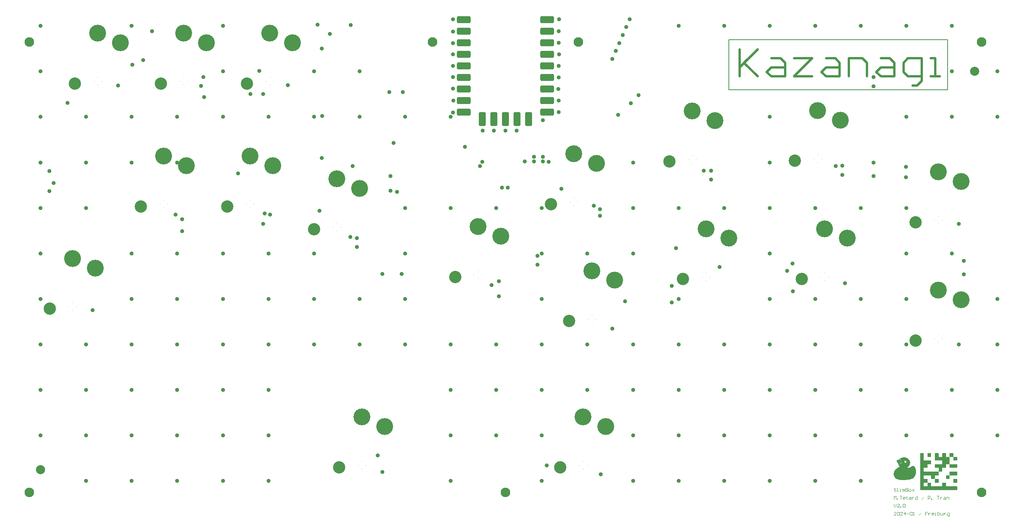
<source format=gts>
G04*
G04 #@! TF.GenerationSoftware,Altium Limited,CircuitStudio,1.5.2 (30)*
G04*
G04 Layer_Color=20142*
%FSLAX25Y25*%
%MOIN*%
G70*
G01*
G75*
%ADD23C,0.00591*%
%ADD27C,0.01969*%
%ADD28C,0.00394*%
G04:AMPARAMS|DCode=29|XSize=62.99mil|YSize=122.05mil|CornerRadius=16.73mil|HoleSize=0mil|Usage=FLASHONLY|Rotation=0.000|XOffset=0mil|YOffset=0mil|HoleType=Round|Shape=RoundedRectangle|*
%AMROUNDEDRECTD29*
21,1,0.06299,0.08858,0,0,0.0*
21,1,0.02953,0.12205,0,0,0.0*
1,1,0.03347,0.01476,-0.04429*
1,1,0.03347,-0.01476,-0.04429*
1,1,0.03347,-0.01476,0.04429*
1,1,0.03347,0.01476,0.04429*
%
%ADD29ROUNDEDRECTD29*%
G04:AMPARAMS|DCode=30|XSize=122.05mil|YSize=62.99mil|CornerRadius=16.73mil|HoleSize=0mil|Usage=FLASHONLY|Rotation=0.000|XOffset=0mil|YOffset=0mil|HoleType=Round|Shape=RoundedRectangle|*
%AMROUNDEDRECTD30*
21,1,0.12205,0.02953,0,0,0.0*
21,1,0.08858,0.06299,0,0,0.0*
1,1,0.03347,0.04429,-0.01476*
1,1,0.03347,-0.04429,-0.01476*
1,1,0.03347,-0.04429,0.01476*
1,1,0.03347,0.04429,0.01476*
%
%ADD30ROUNDEDRECTD30*%
%ADD31C,0.00394*%
%ADD32C,0.10630*%
%ADD33C,0.14567*%
G04:AMPARAMS|DCode=34|XSize=3.94mil|YSize=3.94mil|CornerRadius=0mil|HoleSize=0mil|Usage=FLASHONLY|Rotation=90.000|XOffset=0mil|YOffset=0mil|HoleType=Round|Shape=RoundedRectangle|*
%AMROUNDEDRECTD34*
21,1,0.00394,0.00394,0,0,90.0*
21,1,0.00394,0.00394,0,0,90.0*
1,1,0.00000,0.00197,0.00197*
1,1,0.00000,0.00197,-0.00197*
1,1,0.00000,-0.00197,-0.00197*
1,1,0.00000,-0.00197,0.00197*
%
%ADD34ROUNDEDRECTD34*%
G04:AMPARAMS|DCode=35|XSize=3.94mil|YSize=3.94mil|CornerRadius=0mil|HoleSize=0mil|Usage=FLASHONLY|Rotation=180.000|XOffset=0mil|YOffset=0mil|HoleType=Round|Shape=RoundedRectangle|*
%AMROUNDEDRECTD35*
21,1,0.00394,0.00394,0,0,180.0*
21,1,0.00394,0.00394,0,0,180.0*
1,1,0.00000,-0.00197,0.00197*
1,1,0.00000,0.00197,0.00197*
1,1,0.00000,0.00197,-0.00197*
1,1,0.00000,-0.00197,-0.00197*
%
%ADD35ROUNDEDRECTD35*%
%ADD36C,0.07874*%
%ADD37C,0.08268*%
%ADD38C,0.03543*%
G36*
X228915Y-325938D02*
X228929D01*
X228970Y-325979D01*
X229011Y-326034D01*
X229024Y-326075D01*
X229038Y-326088D01*
X229079Y-326157D01*
X229093Y-326198D01*
X229106Y-326225D01*
Y-326239D01*
X229134Y-326307D01*
X229161Y-326362D01*
X229188Y-326403D01*
Y-326416D01*
X229229Y-326485D01*
X229257Y-326539D01*
X229284Y-326580D01*
Y-326594D01*
X229311Y-326662D01*
X229325Y-326731D01*
X229352Y-326785D01*
Y-326799D01*
X229380Y-326868D01*
X229407Y-326936D01*
X229434Y-326977D01*
Y-326991D01*
X229475Y-327114D01*
X229517Y-327223D01*
X229544Y-327291D01*
X229557Y-327305D01*
Y-327319D01*
X229612Y-327428D01*
X229640Y-327537D01*
X229667Y-327619D01*
X229681Y-327633D01*
Y-327647D01*
X229708Y-327715D01*
X229722Y-327783D01*
Y-327838D01*
Y-327852D01*
X229735Y-327934D01*
X229749Y-327989D01*
X229776Y-328043D01*
Y-328057D01*
X229804Y-328139D01*
X229817Y-328221D01*
X229845Y-328275D01*
Y-328289D01*
Y-328303D01*
X229872Y-328398D01*
X229886Y-328467D01*
X229872Y-328522D01*
Y-328535D01*
X229858Y-328590D01*
X229845Y-328604D01*
X229804Y-328645D01*
X229790Y-328658D01*
X229776Y-328672D01*
X229694Y-328768D01*
X229667Y-328795D01*
X229653Y-328809D01*
X229557Y-328891D01*
X229530Y-328918D01*
X229517Y-328932D01*
X229448Y-329000D01*
X229380Y-329068D01*
X229325Y-329109D01*
X229311Y-329123D01*
X229243Y-329191D01*
X229175Y-329260D01*
X229120Y-329301D01*
X229106Y-329314D01*
X229024Y-329369D01*
X228956Y-329410D01*
X228901Y-329437D01*
X228874Y-329451D01*
X228792Y-329479D01*
X228724Y-329520D01*
X228669Y-329533D01*
X228642Y-329547D01*
X228546Y-329602D01*
X228464Y-329643D01*
X228409Y-329670D01*
X228382Y-329683D01*
X228286Y-329711D01*
X228204Y-329725D01*
X228109D01*
X228013Y-329711D01*
X227931Y-329697D01*
X227781Y-329643D01*
X227726Y-329615D01*
X227685Y-329602D01*
X227657Y-329574D01*
X227644D01*
X227493Y-329451D01*
X227370Y-329342D01*
X227288Y-329273D01*
X227275Y-329260D01*
X227261Y-329246D01*
X226988Y-328959D01*
X226878Y-328822D01*
X226782Y-328699D01*
X226687Y-328604D01*
X226632Y-328508D01*
X226591Y-328453D01*
X226577Y-328440D01*
X226468Y-328275D01*
X226345Y-328125D01*
X226236Y-327989D01*
X226140Y-327865D01*
X226044Y-327770D01*
X225976Y-327701D01*
X225935Y-327647D01*
X225921Y-327633D01*
X225785Y-327305D01*
X225744Y-327264D01*
X225730Y-327237D01*
Y-327168D01*
Y-327141D01*
X225716Y-327073D01*
X225703Y-327004D01*
X225730Y-326881D01*
X225757Y-326799D01*
X225771Y-326785D01*
Y-326772D01*
X225853Y-326649D01*
X225935Y-326567D01*
X225990Y-326512D01*
X226017Y-326498D01*
X226099Y-326457D01*
X226113Y-326444D01*
X226126D01*
X226195Y-326389D01*
X226222Y-326375D01*
Y-326362D01*
X226263Y-326372D01*
Y-326375D01*
X226277D01*
X226263Y-326372D01*
Y-326362D01*
X226290D01*
X226318Y-326348D01*
Y-326334D01*
X226427D01*
X226509Y-326321D01*
X226536Y-326307D01*
X226550D01*
X226619Y-326293D01*
X226673Y-326280D01*
X226728D01*
X226796Y-326266D01*
X226919D01*
X227138Y-326225D01*
X227247Y-326211D01*
X227329Y-326198D01*
X227411Y-326184D01*
X227466Y-326170D01*
X227521D01*
X227753Y-326129D01*
X227863Y-326102D01*
X227958Y-326088D01*
X228040Y-326075D01*
X228095Y-326061D01*
X228136Y-326047D01*
X228150D01*
X228245Y-326020D01*
X228341Y-326006D01*
X228396Y-325993D01*
X228423D01*
X228532Y-325965D01*
X228614Y-325952D01*
X228669Y-325938D01*
X228696D01*
X228765Y-325924D01*
X228888D01*
X228915Y-325938D01*
D02*
G37*
G36*
X249263Y-321162D02*
Y-321962D01*
Y-322762D01*
Y-323562D01*
Y-324362D01*
Y-325162D01*
Y-325962D01*
Y-326762D01*
X255663D01*
Y-327562D01*
Y-328362D01*
Y-329162D01*
Y-329962D01*
X252463D01*
Y-330762D01*
Y-331562D01*
Y-332362D01*
Y-333162D01*
X249263D01*
Y-333962D01*
Y-334762D01*
Y-335562D01*
Y-336362D01*
X262063D01*
Y-337162D01*
Y-337962D01*
Y-338762D01*
Y-339562D01*
X258863D01*
Y-340362D01*
Y-341162D01*
Y-341962D01*
Y-342762D01*
X262063D01*
Y-343562D01*
Y-344362D01*
Y-345162D01*
Y-345962D01*
X258863D01*
Y-345162D01*
Y-344362D01*
Y-343562D01*
Y-342762D01*
X255663D01*
Y-341962D01*
Y-341162D01*
Y-340362D01*
Y-339562D01*
X249263D01*
Y-340362D01*
Y-341162D01*
Y-341962D01*
Y-342762D01*
X252463D01*
Y-343562D01*
Y-344362D01*
Y-345162D01*
Y-345962D01*
X255663D01*
Y-346762D01*
Y-347562D01*
Y-348362D01*
Y-349162D01*
X265263D01*
Y-348362D01*
Y-347562D01*
Y-346762D01*
Y-345962D01*
X268463D01*
Y-346762D01*
Y-347562D01*
Y-348362D01*
Y-349162D01*
X278063D01*
Y-349962D01*
Y-350762D01*
Y-351562D01*
Y-352362D01*
X246063D01*
Y-351562D01*
Y-350762D01*
Y-349962D01*
Y-349162D01*
Y-348362D01*
Y-347562D01*
Y-346762D01*
Y-345962D01*
Y-345162D01*
Y-344362D01*
Y-343562D01*
Y-342762D01*
Y-341962D01*
Y-341162D01*
Y-340362D01*
Y-339562D01*
Y-338762D01*
Y-337962D01*
Y-337162D01*
Y-336362D01*
Y-335562D01*
Y-334762D01*
Y-333962D01*
Y-333162D01*
Y-332362D01*
Y-331562D01*
Y-330762D01*
Y-329962D01*
Y-329162D01*
Y-328362D01*
Y-327562D01*
Y-326762D01*
Y-325962D01*
Y-325162D01*
Y-324362D01*
Y-323562D01*
Y-322762D01*
Y-321962D01*
Y-321162D01*
Y-320362D01*
X249263D01*
Y-321162D01*
D02*
G37*
G36*
X232688Y-324093D02*
X232907Y-324106D01*
X233098Y-324120D01*
X233235Y-324133D01*
X233290D01*
X233330Y-324147D01*
X233358D01*
X233494Y-324174D01*
X233604Y-324202D01*
X233686Y-324216D01*
X233700Y-324229D01*
X233713D01*
X233836Y-324256D01*
X233946Y-324298D01*
X234014Y-324311D01*
X234028Y-324325D01*
X234137D01*
X234164Y-324339D01*
X234178D01*
X234233Y-324352D01*
X234274Y-324366D01*
X234287Y-324380D01*
X234301Y-324393D01*
X234342D01*
X234383Y-324407D01*
X234397Y-324421D01*
X234410D01*
X234479Y-324462D01*
X234506Y-324475D01*
X234588Y-324516D01*
X234670Y-324544D01*
X234725Y-324557D01*
X234738Y-324571D01*
X234821Y-324598D01*
X234903Y-324639D01*
X234957Y-324653D01*
X234971Y-324667D01*
X235039Y-324721D01*
X235067Y-324735D01*
X235135Y-324762D01*
X235149Y-324776D01*
Y-324790D01*
X235217Y-324844D01*
X235272Y-324858D01*
X235285Y-324872D01*
X235326Y-324885D01*
X235354Y-324899D01*
X235422Y-324940D01*
X235477Y-324995D01*
X235518Y-325036D01*
X235531Y-325049D01*
X235613Y-325104D01*
X235682Y-325145D01*
X235723Y-325172D01*
X235736D01*
X235764Y-325213D01*
X235805Y-325254D01*
X235832Y-325295D01*
X235846Y-325309D01*
X235900Y-325350D01*
X235941Y-325377D01*
X235969Y-325405D01*
X235982D01*
Y-325432D01*
X236010Y-325418D01*
X236201Y-325651D01*
X236283Y-325706D01*
X236338Y-325788D01*
X236392Y-325897D01*
X236420Y-325911D01*
X236461Y-325924D01*
X236475Y-325952D01*
X236488Y-325965D01*
X236516Y-326006D01*
X236543Y-326047D01*
Y-326061D01*
Y-326075D01*
X236625Y-326184D01*
X236666Y-326225D01*
X236680Y-326239D01*
X236693Y-326280D01*
Y-326293D01*
Y-326307D01*
X236748Y-326334D01*
X236789Y-326375D01*
X236803Y-326416D01*
X236816Y-326430D01*
X236857Y-326498D01*
X236885Y-326553D01*
X236912Y-326580D01*
Y-326594D01*
X236926Y-326649D01*
X236939Y-326662D01*
X236953Y-326704D01*
Y-326717D01*
Y-326731D01*
X236994Y-326758D01*
X237021Y-326813D01*
X237049Y-326854D01*
Y-326868D01*
X237090Y-326936D01*
X237103Y-326991D01*
X237117Y-327018D01*
Y-327032D01*
X237185Y-327209D01*
X237240Y-327360D01*
X237267Y-327414D01*
X237281Y-327469D01*
X237295Y-327496D01*
Y-327510D01*
X237349Y-327688D01*
X237363Y-327838D01*
X237377Y-327893D01*
Y-327934D01*
X237390D01*
X237417Y-328248D01*
X237418D01*
Y-328262D01*
X237417Y-328248D01*
X237390D01*
X237418Y-328371D01*
Y-328275D01*
X237432Y-328371D01*
Y-328453D01*
Y-328522D01*
Y-328535D01*
Y-328549D01*
Y-328658D01*
Y-328754D01*
Y-328809D01*
Y-328836D01*
Y-328904D01*
Y-328932D01*
Y-328945D01*
Y-328986D01*
Y-329000D01*
X237418Y-329014D01*
Y-329068D01*
Y-329123D01*
X237404Y-329164D01*
Y-329178D01*
X237390Y-329273D01*
X237377Y-329301D01*
Y-329314D01*
X237363Y-329397D01*
X237336Y-329479D01*
X237322Y-329533D01*
Y-329547D01*
X237308Y-329615D01*
Y-329683D01*
X237295Y-329725D01*
Y-329738D01*
X237281Y-329834D01*
X237267Y-329875D01*
Y-329889D01*
X237254Y-329930D01*
X237240Y-329957D01*
X237226Y-329971D01*
X237213D01*
Y-330025D01*
Y-330066D01*
X237199Y-330094D01*
Y-330107D01*
X237172Y-330176D01*
X237158Y-330203D01*
X237144Y-330217D01*
X237117Y-330299D01*
X237090Y-330353D01*
X237076Y-330408D01*
X237062Y-330422D01*
X237035Y-330490D01*
X236994Y-330558D01*
X236980Y-330599D01*
X236967Y-330613D01*
X236803Y-330927D01*
X236721Y-331064D01*
X236639Y-331187D01*
X236570Y-331283D01*
X236516Y-331365D01*
X236475Y-331420D01*
X236461Y-331433D01*
X236228Y-331693D01*
X236119Y-331816D01*
X236010Y-331925D01*
X235914Y-332007D01*
X235846Y-332076D01*
X235791Y-332117D01*
X235777Y-332131D01*
X235668Y-332212D01*
X235572Y-332281D01*
X235504Y-332335D01*
X235490Y-332363D01*
X235477D01*
X235367Y-332458D01*
X235272Y-332527D01*
X235203Y-332582D01*
X235190Y-332609D01*
X235176D01*
X235135Y-332650D01*
X235108Y-332691D01*
X235094Y-332718D01*
X235080Y-332732D01*
X235067Y-332787D01*
Y-332828D01*
Y-332869D01*
Y-332882D01*
X235108Y-332937D01*
X235135Y-332992D01*
X235162Y-333005D01*
X235176Y-333019D01*
X235272Y-333060D01*
X235299Y-333074D01*
X235313D01*
X235449Y-333115D01*
X235586Y-333128D01*
X235641Y-333142D01*
X235668Y-333156D01*
X235709D01*
X235859Y-333169D01*
X235996D01*
X236051Y-333183D01*
X236119D01*
X236215Y-333197D01*
X236256Y-333210D01*
X236324D01*
X236365Y-333197D01*
X236392Y-333183D01*
X236406D01*
X236475Y-333156D01*
X236543Y-333128D01*
X236598Y-333101D01*
X236611Y-333087D01*
X236693Y-333046D01*
X236762Y-333033D01*
X236816D01*
X236857Y-332978D01*
X236912Y-332951D01*
X236953Y-332923D01*
X236967D01*
X237049Y-332896D01*
X237103Y-332869D01*
X237144Y-332841D01*
X237158D01*
X237322Y-332759D01*
X237459Y-332677D01*
X237500Y-332650D01*
X237541Y-332623D01*
X237568Y-332609D01*
X237582D01*
X237732Y-332513D01*
X237869Y-332445D01*
X237924Y-332404D01*
X237965Y-332390D01*
X237978Y-332363D01*
X237992D01*
X238074Y-332308D01*
X238101Y-332281D01*
X238115D01*
X238197Y-332226D01*
X238224Y-332199D01*
X238238D01*
X238293Y-332185D01*
X238306Y-332172D01*
X238347Y-332144D01*
X238375D01*
X238402Y-332103D01*
X238429Y-332089D01*
X238484Y-332062D01*
X238511Y-332048D01*
X238621Y-331966D01*
X238662Y-331953D01*
X238675Y-331939D01*
X238744Y-331884D01*
X238812Y-331857D01*
X238853Y-331830D01*
X238867Y-331816D01*
X239044Y-331720D01*
X239222Y-331638D01*
X239386Y-331584D01*
X239537Y-331543D01*
X239660Y-331502D01*
X239769Y-331488D01*
X239824Y-331474D01*
X240042D01*
X240220Y-331488D01*
X240398Y-331529D01*
X240548Y-331570D01*
X240671Y-331625D01*
X240767Y-331679D01*
X240822Y-331707D01*
X240849Y-331720D01*
X241068Y-331871D01*
X241150Y-331953D01*
X241232Y-332035D01*
X241286Y-332103D01*
X241327Y-332144D01*
X241355Y-332185D01*
X241368Y-332199D01*
X241519Y-332404D01*
X241642Y-332595D01*
X241683Y-332677D01*
X241710Y-332732D01*
X241738Y-332773D01*
Y-332787D01*
X241902Y-333142D01*
X241970Y-333306D01*
X242025Y-333456D01*
X242066Y-333579D01*
X242093Y-333675D01*
X242120Y-333730D01*
Y-333757D01*
X242216Y-334113D01*
X242257Y-334277D01*
X242298Y-334441D01*
X242325Y-334564D01*
X242339Y-334659D01*
X242353Y-334728D01*
Y-334755D01*
X242380Y-334878D01*
X242394Y-334987D01*
X242407Y-335069D01*
Y-335083D01*
Y-335097D01*
X242435Y-335220D01*
X242448Y-335329D01*
X242462Y-335411D01*
Y-335425D01*
Y-335439D01*
Y-335507D01*
X242476Y-335575D01*
Y-335630D01*
Y-335644D01*
X242489Y-335712D01*
Y-335767D01*
Y-335808D01*
Y-335821D01*
X242517Y-335862D01*
X242530Y-335917D01*
Y-335958D01*
Y-335972D01*
Y-336040D01*
Y-336095D01*
Y-336136D01*
Y-336149D01*
Y-336300D01*
Y-336437D01*
Y-336477D01*
Y-336519D01*
Y-336546D01*
Y-336560D01*
Y-336710D01*
Y-336847D01*
Y-336888D01*
Y-336929D01*
X242503D01*
X242530Y-336983D01*
X242503Y-337311D01*
X242462Y-337448D01*
X242489Y-337503D01*
Y-337516D01*
X242476Y-337530D01*
X242462Y-337544D01*
X242476Y-337571D01*
Y-337585D01*
Y-337598D01*
X242462Y-337612D01*
X242448Y-337626D01*
X242462Y-337653D01*
Y-337667D01*
Y-337681D01*
X242448D01*
X242435Y-337776D01*
Y-337899D01*
X242407Y-337872D01*
X242435Y-337954D01*
X242366Y-338104D01*
X242353Y-338378D01*
X242339D01*
Y-338473D01*
X242312D01*
Y-338487D01*
X242298D01*
X242312Y-338542D01*
X242284D01*
Y-338555D01*
Y-338569D01*
Y-338583D01*
X242298Y-338624D01*
Y-338637D01*
X242271D01*
Y-338665D01*
Y-338678D01*
X242257Y-338665D01*
X242271Y-338706D01*
X242257D01*
Y-338719D01*
X242230D01*
X242257Y-338774D01*
X242216D01*
Y-338788D01*
X242230Y-338815D01*
Y-338829D01*
X242216D01*
X242230Y-338842D01*
Y-338856D01*
X242216D01*
Y-338870D01*
Y-338883D01*
Y-338897D01*
X242202Y-338870D01*
X242216Y-338911D01*
X242175Y-338952D01*
X242197D01*
X242202Y-338938D01*
Y-338952D01*
X242197D01*
X242175Y-339006D01*
Y-338993D01*
X242161D01*
X242175Y-339048D01*
X242134Y-339034D01*
Y-339102D01*
X242120Y-339089D01*
Y-339157D01*
X242107Y-339184D01*
Y-339198D01*
Y-339225D01*
X242093Y-339266D01*
X242079Y-339280D01*
X242066Y-339294D01*
X242079D01*
X242038Y-339335D01*
Y-339376D01*
X242025D01*
Y-339444D01*
X242011D01*
Y-339430D01*
X241997Y-339499D01*
X241984Y-339526D01*
Y-339540D01*
X241970Y-339581D01*
X241956Y-339594D01*
X241943Y-339608D01*
X241929D01*
Y-339649D01*
X241915Y-339663D01*
X241929D01*
Y-339676D01*
X241915D01*
Y-339745D01*
X241888Y-339758D01*
X241874Y-339745D01*
X241888Y-339772D01*
X241874Y-339758D01*
Y-339799D01*
X241847Y-339772D01*
X241820Y-339895D01*
Y-339909D01*
X241806Y-339922D01*
X241792Y-339936D01*
Y-339950D01*
Y-339963D01*
X241778Y-339950D01*
Y-340004D01*
X241765Y-340059D01*
X241751Y-340086D01*
X241738Y-340100D01*
X241710Y-340141D01*
X241669Y-340168D01*
X241655Y-340196D01*
X241642D01*
Y-340218D01*
X241615Y-340264D01*
Y-340291D01*
Y-340305D01*
X241601Y-340319D01*
X241587D01*
Y-340346D01*
X241574Y-340360D01*
Y-340373D01*
X241560Y-340401D01*
X241546Y-340415D01*
X241519D01*
X241505Y-340469D01*
X241492Y-340496D01*
Y-340510D01*
X241485D01*
X241492Y-340496D01*
Y-340483D01*
X241464Y-340510D01*
X241485D01*
X241478Y-340524D01*
X241451Y-340565D01*
X241437Y-340592D01*
X241396Y-340661D01*
X241355Y-340702D01*
X241327Y-340729D01*
X241314Y-340743D01*
X241273Y-340797D01*
X241232Y-340838D01*
X241218Y-340893D01*
X241204Y-340934D01*
X241191Y-340961D01*
X241177Y-340975D01*
X241109Y-341057D01*
X241081Y-341071D01*
X241068Y-341084D01*
X240999Y-341180D01*
X240931Y-341262D01*
X240890Y-341317D01*
X240876Y-341344D01*
X240808Y-341426D01*
X240753Y-341494D01*
X240699Y-341549D01*
X240685Y-341563D01*
X240603Y-341631D01*
X240576Y-341645D01*
X240562Y-341658D01*
X240535Y-341686D01*
X240494Y-341700D01*
X240466D01*
X240425Y-341795D01*
X240370D01*
X240234Y-341946D01*
X240165Y-341973D01*
X240125Y-342014D01*
X240111Y-342027D01*
X240083D01*
Y-342069D01*
X240001Y-342110D01*
X239988Y-342082D01*
X239947Y-342151D01*
X239892Y-342205D01*
X239837Y-342233D01*
X239824Y-342246D01*
X239742Y-342287D01*
X239673Y-342328D01*
X239619Y-342342D01*
X239605Y-342356D01*
X239537Y-342410D01*
X239455Y-342451D01*
X239414Y-342479D01*
X239386Y-342492D01*
X239304Y-342533D01*
X239222Y-342561D01*
X239168Y-342574D01*
X239140Y-342588D01*
X239072Y-342615D01*
X239003Y-342629D01*
X238963Y-342643D01*
X238949D01*
X238880Y-342670D01*
X238812Y-342684D01*
X238771Y-342697D01*
X238757Y-342711D01*
X238662Y-342752D01*
X238566Y-342779D01*
X238511Y-342807D01*
X238484Y-342820D01*
X238388Y-342848D01*
X238306Y-342861D01*
X238252Y-342875D01*
X238224D01*
Y-342902D01*
X237664Y-343067D01*
X237336Y-343162D01*
X237226D01*
X237172Y-343176D01*
X237144D01*
X237049Y-343190D01*
X236980Y-343217D01*
X236939Y-343231D01*
X236926D01*
X236748Y-343258D01*
X236598Y-343285D01*
X236543D01*
X236488Y-343299D01*
X236447D01*
X236283Y-343313D01*
X236133Y-343340D01*
X236065D01*
X236023Y-343354D01*
X235982D01*
X235873Y-343381D01*
X235818D01*
X235750Y-343394D01*
X235709Y-343408D01*
X235682Y-343422D01*
X235668Y-343436D01*
X235504D01*
X235463Y-343422D01*
X235354D01*
X235285Y-343436D01*
X235244Y-343449D01*
X235217Y-343463D01*
X235203Y-343477D01*
X235176Y-343463D01*
X235135D01*
X235108Y-343477D01*
X235080D01*
X234998Y-343463D01*
X234848D01*
X234766Y-343477D01*
X234711Y-343490D01*
X234643D01*
X234424Y-343518D01*
X234315Y-343531D01*
X234233Y-343545D01*
X234151Y-343559D01*
X234096D01*
X234055Y-343572D01*
X234041D01*
X233823Y-343600D01*
X233727Y-343613D01*
X233631Y-343627D01*
X233563D01*
X233508Y-343641D01*
X233453D01*
X233358Y-343654D01*
X233043D01*
X232989Y-343668D01*
X232975D01*
X232756Y-343682D01*
X232538Y-343695D01*
X232333Y-343709D01*
X232018D01*
X231895Y-343723D01*
X231799D01*
X231376Y-343736D01*
X231171D01*
X230993Y-343750D01*
X230528D01*
X230446Y-343736D01*
X230391Y-343723D01*
X230364D01*
X230268Y-343709D01*
X230159D01*
Y-343682D01*
X229913D01*
X229886Y-343668D01*
X229858D01*
X229804Y-343654D01*
X229790Y-343641D01*
X229776D01*
X229694Y-343627D01*
X229448D01*
X229380Y-343613D01*
X229175D01*
X229120Y-343600D01*
X229079Y-343586D01*
X229065Y-343572D01*
X228833D01*
X228778Y-343559D01*
X228737Y-343545D01*
X228655D01*
X228614Y-343531D01*
X228601D01*
X228532Y-343523D01*
Y-343518D01*
X228523Y-343522D01*
X228532Y-343523D01*
Y-343531D01*
X228505D01*
X228523Y-343522D01*
X228259Y-343490D01*
X228232Y-343463D01*
X228190Y-343449D01*
X228081D01*
X227986Y-343408D01*
X227890Y-343381D01*
X227821Y-343354D01*
X227794D01*
X227685Y-343340D01*
X227589Y-343326D01*
X227507D01*
X227493Y-343285D01*
X227439Y-343279D01*
Y-343258D01*
X227412Y-343275D01*
X227152Y-343244D01*
X227111Y-343231D01*
X227056Y-343190D01*
X226988D01*
Y-343162D01*
X226960D01*
X226345Y-342930D01*
X226085Y-342875D01*
X225224Y-342465D01*
X225005Y-342274D01*
X224937Y-342233D01*
X224910Y-342219D01*
X224937Y-342178D01*
X224882Y-342137D01*
X224828Y-342096D01*
X224800Y-342069D01*
X224787Y-342055D01*
X224746Y-342000D01*
X224705Y-341946D01*
X224677Y-341918D01*
X224664Y-341904D01*
X224541Y-341768D01*
X224445Y-341631D01*
X224390Y-341576D01*
X224363Y-341549D01*
X224349Y-341522D01*
X224336Y-341508D01*
X224226Y-341344D01*
X224131Y-341207D01*
X224103Y-341153D01*
X224076Y-341112D01*
X224048Y-341084D01*
Y-341071D01*
X223885Y-340797D01*
X223816Y-340674D01*
X223762Y-340565D01*
X223721Y-340469D01*
X223679Y-340401D01*
X223666Y-340346D01*
X223652Y-340333D01*
X223543Y-340045D01*
X223488Y-339909D01*
X223461Y-339786D01*
X223420Y-339676D01*
X223392Y-339594D01*
X223379Y-339540D01*
Y-339526D01*
X223338Y-339294D01*
X223310Y-339048D01*
X223283Y-338815D01*
Y-338610D01*
Y-338432D01*
Y-338296D01*
Y-338241D01*
Y-338200D01*
Y-338186D01*
Y-338173D01*
X223310Y-337913D01*
X223338Y-337653D01*
X223379Y-337434D01*
X223420Y-337229D01*
X223461Y-337065D01*
X223502Y-336942D01*
X223515Y-336860D01*
X223529Y-336833D01*
X223597Y-336642D01*
X223666Y-336477D01*
X223693Y-336423D01*
X223721Y-336368D01*
X223734Y-336341D01*
Y-336327D01*
X223816Y-336149D01*
X223885Y-335985D01*
X223912Y-335931D01*
X223939Y-335876D01*
X223953Y-335849D01*
Y-335835D01*
X223980Y-335767D01*
X224008Y-335712D01*
X224035Y-335657D01*
Y-335644D01*
X224076Y-335575D01*
X224131Y-335521D01*
X224158Y-335507D01*
X224172Y-335493D01*
X224144Y-335452D01*
X224418Y-335042D01*
X224554Y-334878D01*
X224664Y-334728D01*
X224691Y-334741D01*
Y-334700D01*
X224732Y-334632D01*
X224759Y-334605D01*
Y-334591D01*
X224800Y-334550D01*
X224841Y-334523D01*
X224869Y-334509D01*
X224882D01*
X224896Y-334454D01*
X224910Y-334441D01*
X224937Y-334413D01*
X224964Y-334400D01*
X224992D01*
Y-334372D01*
X224978D01*
X225129Y-334263D01*
X225142Y-334208D01*
X225210Y-334181D01*
X225279Y-334072D01*
X225320D01*
X225511Y-333894D01*
X225744Y-333702D01*
X225771Y-333675D01*
X225798Y-333648D01*
X225839Y-333621D01*
X225880Y-333607D01*
X225921D01*
Y-333566D01*
X226126Y-333429D01*
X226195Y-333361D01*
X226208Y-333347D01*
X226222D01*
X226290Y-333306D01*
X226318Y-333292D01*
X226413Y-333238D01*
X226496Y-333183D01*
X226550Y-333128D01*
X226577Y-333115D01*
X226687Y-333046D01*
X226769Y-333019D01*
X226823Y-333005D01*
X226851D01*
X226878Y-332964D01*
X226919Y-332937D01*
X226947Y-332923D01*
X226960D01*
X227029Y-332896D01*
X227070Y-332869D01*
X227097Y-332855D01*
X227111D01*
X227220Y-332787D01*
X227329Y-332732D01*
X227398Y-332691D01*
X227411Y-332677D01*
X227425D01*
X227548Y-332609D01*
X227644Y-332541D01*
X227712Y-332500D01*
X227739Y-332486D01*
X227781Y-332472D01*
X227821Y-332445D01*
X227835Y-332417D01*
X227849Y-332404D01*
X227904Y-332363D01*
X227931Y-332349D01*
X227958Y-332335D01*
X227972D01*
X228027Y-332267D01*
X228054Y-332240D01*
X228122Y-332144D01*
X228150Y-332117D01*
Y-332103D01*
X228190Y-332007D01*
Y-331925D01*
Y-331857D01*
Y-331830D01*
X228163Y-331720D01*
X228122Y-331625D01*
X228081Y-331570D01*
X228067Y-331556D01*
X228040Y-331502D01*
X228027Y-331474D01*
X228013D01*
X227972Y-331406D01*
X227958Y-331392D01*
X227876Y-331242D01*
X227685Y-330941D01*
X227603Y-330777D01*
X227589Y-330709D01*
X227562Y-330668D01*
X227534Y-330627D01*
X227521Y-330599D01*
Y-330586D01*
X227507Y-330517D01*
X227480Y-330476D01*
X227466Y-330449D01*
Y-330435D01*
X227425Y-330326D01*
X227384Y-330230D01*
X227357Y-330176D01*
X227343Y-330148D01*
X227316Y-330039D01*
X227275Y-329930D01*
X227261Y-329861D01*
X227247Y-329848D01*
Y-329834D01*
X227206Y-329738D01*
X227193Y-329697D01*
Y-329683D01*
X227179Y-329615D01*
X227165Y-329560D01*
Y-329520D01*
Y-329506D01*
X227152Y-329492D01*
Y-329465D01*
X227138Y-329437D01*
Y-329424D01*
X227124Y-329342D01*
Y-329328D01*
Y-329314D01*
X227247Y-329410D01*
X227357Y-329520D01*
X227439Y-329602D01*
X227452Y-329615D01*
X227466Y-329629D01*
X227534Y-329683D01*
X227603Y-329738D01*
X227739Y-329793D01*
X227794Y-329820D01*
X227835D01*
X227863Y-329834D01*
X227876D01*
X228054Y-329861D01*
X228286D01*
X228300Y-329848D01*
X228314D01*
X228464Y-329793D01*
X228587Y-329738D01*
X228642Y-329711D01*
X228683Y-329697D01*
X228710Y-329683D01*
X228724D01*
X228806Y-329643D01*
X228888Y-329602D01*
X228942Y-329588D01*
X228956Y-329574D01*
X229052Y-329520D01*
X229120Y-329479D01*
X229175Y-329451D01*
X229188Y-329437D01*
X229271Y-329369D01*
X229339Y-329314D01*
X229394Y-329273D01*
X229407Y-329260D01*
X229489Y-329178D01*
X229557Y-329109D01*
X229599Y-329068D01*
X229612Y-329055D01*
X229681Y-329000D01*
X229735Y-328945D01*
X229763Y-328904D01*
X229776Y-328891D01*
X229831Y-328822D01*
X229886Y-328754D01*
X229913Y-328713D01*
X229927Y-328699D01*
X229968Y-328672D01*
X229995Y-328645D01*
X230036Y-328590D01*
X230050Y-328576D01*
Y-328535D01*
X230036Y-328508D01*
X230022Y-328440D01*
X230009Y-328412D01*
X229995Y-328330D01*
X229981Y-328262D01*
X229968Y-328207D01*
X229954Y-328193D01*
X229940Y-328112D01*
X229927Y-328043D01*
X229913Y-327989D01*
Y-327975D01*
X229886Y-327906D01*
X229872Y-327852D01*
X229858Y-327811D01*
Y-327797D01*
Y-327729D01*
X229845Y-327660D01*
X229831Y-327619D01*
X229817Y-327606D01*
X229790Y-327510D01*
X229749Y-327414D01*
X229735Y-327360D01*
X229722Y-327332D01*
X229681Y-327223D01*
X229653Y-327127D01*
X229626Y-327059D01*
X229612Y-327032D01*
X229557Y-326908D01*
X229517Y-326799D01*
X229489Y-326717D01*
X229475Y-326704D01*
Y-326690D01*
X229421Y-326567D01*
X229380Y-326471D01*
X229325Y-326403D01*
X229311Y-326375D01*
X229271Y-326293D01*
X229243Y-326225D01*
X229229Y-326170D01*
X229216Y-326157D01*
X229188Y-326075D01*
X229161Y-326006D01*
X229134Y-325965D01*
X229120Y-325952D01*
X229079Y-325897D01*
X229065Y-325870D01*
X229052D01*
X229038Y-325829D01*
X229011Y-325815D01*
X228997Y-325801D01*
X228942Y-325774D01*
X228847D01*
X228792Y-325788D01*
X228696D01*
X228560Y-325801D01*
X228437Y-325829D01*
X228355Y-325842D01*
X228341Y-325856D01*
X228327D01*
X228204Y-325883D01*
X228095Y-325911D01*
X228013Y-325924D01*
X227999Y-325938D01*
X227986D01*
X228341Y-325460D01*
X228546Y-325241D01*
X228560Y-325227D01*
Y-325213D01*
X228587Y-325186D01*
X228601D01*
X228655Y-325118D01*
X228683Y-325104D01*
X228737Y-325063D01*
X228765Y-325049D01*
X228833Y-324995D01*
X228901Y-324967D01*
X228942Y-324940D01*
X228956Y-324926D01*
X229038Y-324872D01*
X229120Y-324831D01*
X229175Y-324803D01*
X229188Y-324790D01*
X229216Y-324762D01*
X229257Y-324735D01*
X229284Y-324708D01*
X229298D01*
X229366Y-324680D01*
X229407Y-324653D01*
X229448D01*
X229489Y-324612D01*
X229517Y-324598D01*
X229544Y-324585D01*
X229557D01*
X229612Y-324571D01*
X229667D01*
X229694Y-324557D01*
X229708D01*
X229831Y-324503D01*
X229954Y-324462D01*
X230036Y-324434D01*
X230050Y-324421D01*
X230063D01*
X230200Y-324380D01*
X230323Y-324352D01*
X230419Y-324325D01*
X230446D01*
X230706Y-324256D01*
X230966Y-324188D01*
X231212Y-324147D01*
X231430Y-324120D01*
X231622Y-324093D01*
X231772D01*
X231827Y-324079D01*
X232442D01*
X232688Y-324093D01*
D02*
G37*
G36*
X227439Y-343279D02*
Y-343285D01*
X227398D01*
X227412Y-343275D01*
X227439Y-343279D01*
D02*
G37*
G36*
X241642Y-340223D02*
Y-340218D01*
X241655Y-340196D01*
X241642Y-340223D01*
D02*
G37*
G36*
X278063Y-343562D02*
Y-344362D01*
Y-345162D01*
Y-345962D01*
X274863D01*
Y-345162D01*
Y-344362D01*
Y-343562D01*
Y-342762D01*
X278063D01*
Y-343562D01*
D02*
G37*
G36*
X274863Y-321162D02*
Y-321962D01*
Y-322762D01*
Y-323562D01*
X278063D01*
Y-324362D01*
Y-325162D01*
Y-325962D01*
Y-326762D01*
X274863D01*
Y-325962D01*
Y-325162D01*
Y-324362D01*
Y-323562D01*
X271663D01*
Y-322762D01*
Y-321962D01*
Y-321162D01*
Y-320362D01*
X274863D01*
Y-321162D01*
D02*
G37*
G36*
X255663D02*
Y-321962D01*
Y-322762D01*
Y-323562D01*
X252463D01*
Y-322762D01*
Y-321962D01*
Y-321162D01*
Y-320362D01*
X255663D01*
Y-321162D01*
D02*
G37*
G36*
X268463D02*
Y-321962D01*
Y-322762D01*
Y-323562D01*
X271663D01*
Y-324362D01*
Y-325162D01*
Y-325962D01*
Y-326762D01*
Y-327562D01*
Y-328362D01*
Y-329162D01*
Y-329962D01*
X278063D01*
Y-330762D01*
Y-331562D01*
Y-332362D01*
Y-333162D01*
X271663D01*
Y-332362D01*
Y-331562D01*
Y-330762D01*
Y-329962D01*
X268463D01*
Y-330762D01*
Y-331562D01*
Y-332362D01*
Y-333162D01*
X265263D01*
Y-333962D01*
Y-334762D01*
Y-335562D01*
Y-336362D01*
X262063D01*
Y-335562D01*
Y-334762D01*
Y-333962D01*
Y-333162D01*
X258863D01*
Y-332362D01*
Y-331562D01*
Y-330762D01*
Y-329962D01*
X265263D01*
Y-329162D01*
Y-328362D01*
Y-327562D01*
Y-326762D01*
X258863D01*
Y-325962D01*
Y-325162D01*
Y-324362D01*
Y-323562D01*
Y-322762D01*
Y-321962D01*
Y-321162D01*
Y-320362D01*
X262063D01*
Y-321162D01*
Y-321962D01*
Y-322762D01*
Y-323562D01*
X265263D01*
Y-322762D01*
Y-321962D01*
Y-321162D01*
Y-320362D01*
X268463D01*
Y-321162D01*
D02*
G37*
G36*
X271663Y-340362D02*
Y-341162D01*
Y-341962D01*
Y-342762D01*
X268463D01*
Y-341962D01*
Y-341162D01*
Y-340362D01*
Y-339562D01*
X271663D01*
Y-340362D01*
D02*
G37*
G36*
X278063Y-337162D02*
Y-337962D01*
Y-338762D01*
Y-339562D01*
X271663D01*
Y-338762D01*
Y-337962D01*
Y-337162D01*
Y-336362D01*
X278063D01*
Y-337162D01*
D02*
G37*
%LPC*%
G36*
X241587Y-340333D02*
X241560D01*
Y-340360D01*
X241587Y-340333D01*
D02*
G37*
G36*
X233481Y-326936D02*
X233317D01*
X233262Y-326950D01*
X233207Y-326963D01*
X233166Y-326977D01*
X233153D01*
X233057Y-327004D01*
X233016Y-327018D01*
X233002Y-327032D01*
X232907Y-327100D01*
X232866Y-327127D01*
X232852Y-327141D01*
X232811Y-327182D01*
X232770Y-327223D01*
X232756Y-327250D01*
X232743Y-327264D01*
X232661Y-327373D01*
X232620Y-327483D01*
X232579Y-327606D01*
X232565Y-327701D01*
Y-327797D01*
Y-327865D01*
X232579Y-327920D01*
Y-327934D01*
X232620Y-328070D01*
X232661Y-328180D01*
X232715Y-328289D01*
X232770Y-328385D01*
X232825Y-328453D01*
X232866Y-328508D01*
X232893Y-328535D01*
X232907Y-328549D01*
X232948Y-328576D01*
X232961Y-328590D01*
X233002D01*
X233030Y-328604D01*
X233057Y-328645D01*
X233071Y-328658D01*
X233112Y-328686D01*
X233125Y-328699D01*
X233235D01*
X233276Y-328727D01*
X233290Y-328740D01*
X233317Y-328754D01*
X233330Y-328768D01*
X233385Y-328754D01*
X233413D01*
X233467Y-328740D01*
X233494Y-328727D01*
X233617D01*
X233700Y-328713D01*
X233727Y-328699D01*
X233741D01*
X233809Y-328686D01*
X233836Y-328672D01*
X233905Y-328617D01*
X233932Y-328590D01*
X234028Y-328522D01*
X234110Y-328453D01*
X234151Y-328398D01*
X234164Y-328385D01*
X234233Y-328289D01*
X234274Y-328193D01*
X234287Y-328112D01*
X234301Y-328098D01*
Y-328084D01*
X234328Y-327920D01*
Y-327770D01*
X234301Y-327633D01*
X234260Y-327510D01*
X234205Y-327414D01*
X234164Y-327332D01*
X234123Y-327278D01*
X234110Y-327264D01*
X233987Y-327141D01*
X233850Y-327045D01*
X233713Y-326991D01*
X233590Y-326950D01*
X233481Y-326936D01*
D02*
G37*
G36*
X252463Y-345962D02*
X249263D01*
Y-346762D01*
Y-347562D01*
Y-348362D01*
Y-349162D01*
X252463D01*
Y-348362D01*
Y-347562D01*
Y-346762D01*
Y-345962D01*
D02*
G37*
%LPD*%
D23*
X80709Y-5906D02*
Y37402D01*
Y-5906D02*
X269685D01*
Y37402D01*
X80709D02*
X269685D01*
D27*
X90039Y29126D02*
Y5512D01*
Y13383D01*
X105782Y29126D01*
X93975Y17319D01*
X105782Y5512D01*
X117589Y21255D02*
X125461D01*
X129397Y17319D01*
Y5512D01*
X117589D01*
X113654Y9448D01*
X117589Y13383D01*
X129397D01*
X137268Y21255D02*
X153011D01*
X137268Y5512D01*
X153011D01*
X164818Y21255D02*
X172690D01*
X176626Y17319D01*
Y5512D01*
X164818D01*
X160883Y9448D01*
X164818Y13383D01*
X176626D01*
X184497Y5512D02*
Y21255D01*
X196304D01*
X200240Y17319D01*
Y5512D01*
X212047Y21255D02*
X219919D01*
X223854Y17319D01*
Y5512D01*
X212047D01*
X208111Y9448D01*
X212047Y13383D01*
X223854D01*
X239597Y-2360D02*
X243533D01*
X247469Y1576D01*
Y21255D01*
X235662D01*
X231726Y17319D01*
Y9448D01*
X235662Y5512D01*
X247469D01*
X255340D02*
X263212D01*
X259276D01*
Y21255D01*
X255340D01*
D28*
X223425Y-364371D02*
Y-366208D01*
X224343Y-367126D01*
X225262Y-366208D01*
Y-364371D01*
X228017Y-367126D02*
X226180D01*
X228017Y-365289D01*
Y-364830D01*
X227558Y-364371D01*
X226639D01*
X226180Y-364830D01*
X228935Y-367126D02*
Y-366667D01*
X229394D01*
Y-367126D01*
X228935D01*
X231231Y-364830D02*
X231690Y-364371D01*
X232609D01*
X233068Y-364830D01*
Y-366667D01*
X232609Y-367126D01*
X231690D01*
X231231Y-366667D01*
Y-364830D01*
X225262Y-374016D02*
X223425D01*
X225262Y-372179D01*
Y-371720D01*
X224803Y-371261D01*
X223884D01*
X223425Y-371720D01*
X226180D02*
X226639Y-371261D01*
X227558D01*
X228017Y-371720D01*
Y-373557D01*
X227558Y-374016D01*
X226639D01*
X226180Y-373557D01*
Y-371720D01*
X230772Y-374016D02*
X228935D01*
X230772Y-372179D01*
Y-371720D01*
X230313Y-371261D01*
X229394D01*
X228935Y-371720D01*
X233068Y-374016D02*
Y-371261D01*
X231690Y-372638D01*
X233527D01*
X234445D02*
X236282D01*
X237200Y-371720D02*
X237660Y-371261D01*
X238578D01*
X239037Y-371720D01*
Y-373557D01*
X238578Y-374016D01*
X237660D01*
X237200Y-373557D01*
Y-371720D01*
X239955Y-374016D02*
X240874D01*
X240415D01*
Y-371261D01*
X239955Y-371720D01*
X245006Y-374016D02*
X246843Y-372179D01*
X252353Y-371261D02*
X250516D01*
Y-372638D01*
X251435D01*
X250516D01*
Y-374016D01*
X253271Y-372179D02*
Y-374016D01*
Y-373097D01*
X253730Y-372638D01*
X254190Y-372179D01*
X254649D01*
X257404Y-374016D02*
X256485D01*
X256026Y-373557D01*
Y-372638D01*
X256485Y-372179D01*
X257404D01*
X257863Y-372638D01*
Y-373097D01*
X256026D01*
X258781Y-374016D02*
X259700D01*
X259241D01*
Y-372179D01*
X258781D01*
X261077Y-371261D02*
Y-374016D01*
X262455D01*
X262914Y-373557D01*
Y-373097D01*
Y-372638D01*
X262455Y-372179D01*
X261077D01*
X263832D02*
Y-373557D01*
X264291Y-374016D01*
X265669D01*
Y-372179D01*
X266587D02*
Y-374016D01*
Y-373097D01*
X267046Y-372638D01*
X267506Y-372179D01*
X267965D01*
X270261Y-374934D02*
X270720D01*
X271179Y-374475D01*
Y-372179D01*
X269801D01*
X269342Y-372638D01*
Y-373557D01*
X269801Y-374016D01*
X271179D01*
X223425Y-360236D02*
Y-357481D01*
X224343Y-358400D01*
X225262Y-357481D01*
Y-360236D01*
X226180D02*
Y-359777D01*
X226639D01*
Y-360236D01*
X226180D01*
X228476Y-357481D02*
X230313D01*
X229394D01*
Y-360236D01*
X232609D02*
X231690D01*
X231231Y-359777D01*
Y-358859D01*
X231690Y-358400D01*
X232609D01*
X233068Y-358859D01*
Y-359318D01*
X231231D01*
X234445Y-357940D02*
Y-358400D01*
X233986D01*
X234904D01*
X234445D01*
Y-359777D01*
X234904Y-360236D01*
X236741Y-358400D02*
X237660D01*
X238119Y-358859D01*
Y-360236D01*
X236741D01*
X236282Y-359777D01*
X236741Y-359318D01*
X238119D01*
X239037Y-358400D02*
Y-360236D01*
Y-359318D01*
X239496Y-358859D01*
X239955Y-358400D01*
X240415D01*
X243629Y-357481D02*
Y-360236D01*
X242251D01*
X241792Y-359777D01*
Y-358859D01*
X242251Y-358400D01*
X243629D01*
X247302Y-360236D02*
X249139Y-358400D01*
X252812Y-360236D02*
Y-357481D01*
X254190D01*
X254649Y-357940D01*
Y-358859D01*
X254190Y-359318D01*
X252812D01*
X255567Y-360236D02*
Y-359777D01*
X256026D01*
Y-360236D01*
X255567D01*
X260618Y-357481D02*
X262455D01*
X261536D01*
Y-360236D01*
X263373Y-358400D02*
Y-360236D01*
Y-359318D01*
X263832Y-358859D01*
X264291Y-358400D01*
X264751D01*
X266587D02*
X267506D01*
X267965Y-358859D01*
Y-360236D01*
X266587D01*
X266128Y-359777D01*
X266587Y-359318D01*
X267965D01*
X268883Y-360236D02*
Y-358400D01*
X270261D01*
X270720Y-358859D01*
Y-360236D01*
X225262Y-351051D02*
X224803Y-350591D01*
X223884D01*
X223425Y-351051D01*
Y-351510D01*
X223884Y-351969D01*
X224803D01*
X225262Y-352428D01*
Y-352887D01*
X224803Y-353346D01*
X223884D01*
X223425Y-352887D01*
X226180Y-353346D02*
X227099D01*
X226639D01*
Y-350591D01*
X226180D01*
X228476Y-353346D02*
X229394D01*
X228935D01*
Y-351510D01*
X228476D01*
X230772Y-353346D02*
Y-351510D01*
X231231D01*
X231690Y-351969D01*
Y-353346D01*
Y-351969D01*
X232149Y-351510D01*
X232609Y-351969D01*
Y-353346D01*
X233527Y-350591D02*
Y-353346D01*
X234904D01*
X235364Y-352887D01*
Y-352428D01*
X234904Y-351969D01*
X233527D01*
X234904D01*
X235364Y-351510D01*
Y-351051D01*
X234904Y-350591D01*
X233527D01*
X236741Y-353346D02*
X237660D01*
X238119Y-352887D01*
Y-351969D01*
X237660Y-351510D01*
X236741D01*
X236282Y-351969D01*
Y-352887D01*
X236741Y-353346D01*
X239037Y-351510D02*
X240874Y-353346D01*
X239955Y-352428D01*
X240874Y-351510D01*
X239037Y-353346D01*
D29*
X-132205Y-31496D02*
D03*
X-122205D02*
D03*
X-112205D02*
D03*
X-102205D02*
D03*
X-92205D02*
D03*
D30*
X-148228Y44606D02*
D03*
Y34606D02*
D03*
Y24606D02*
D03*
Y14606D02*
D03*
Y4606D02*
D03*
Y-5394D02*
D03*
Y-15394D02*
D03*
Y-25394D02*
D03*
X-76181D02*
D03*
Y-15394D02*
D03*
Y-5394D02*
D03*
Y4606D02*
D03*
Y14606D02*
D03*
Y24606D02*
D03*
Y34606D02*
D03*
Y44606D02*
D03*
Y54606D02*
D03*
X-148228D02*
D03*
D31*
X-37402Y-185787D02*
D03*
X-15748D02*
D03*
X-59055D02*
D03*
X61024Y-149449D02*
D03*
X82677D02*
D03*
X39370D02*
D03*
X-53150Y-84646D02*
D03*
X-31496D02*
D03*
X-74803D02*
D03*
X49213Y-47756D02*
D03*
X70866D02*
D03*
X27559D02*
D03*
X-332677Y-86614D02*
D03*
X-311024D02*
D03*
X-354331D02*
D03*
X-315748Y19685D02*
D03*
X-294094D02*
D03*
X-337402D02*
D03*
X157480Y-47244D02*
D03*
X179134D02*
D03*
X135827D02*
D03*
X163386Y-149449D02*
D03*
X185039D02*
D03*
X141732D02*
D03*
X-135827Y-147638D02*
D03*
X-114173D02*
D03*
X-157480D02*
D03*
X-407480Y-86614D02*
D03*
X-385827D02*
D03*
X-429134D02*
D03*
X261811Y-100394D02*
D03*
X283465D02*
D03*
X240158D02*
D03*
X261811Y-202756D02*
D03*
X283465D02*
D03*
X240158D02*
D03*
X-45276Y-312402D02*
D03*
X-23622D02*
D03*
X-66929D02*
D03*
X-257874Y-106299D02*
D03*
X-236221D02*
D03*
X-279528D02*
D03*
X-390158Y19685D02*
D03*
X-368504D02*
D03*
X-411811D02*
D03*
X-236221Y-312402D02*
D03*
X-214567D02*
D03*
X-257874D02*
D03*
X-464567Y19685D02*
D03*
X-442913D02*
D03*
X-486221D02*
D03*
X-486221Y-175197D02*
D03*
X-464567D02*
D03*
X-507874D02*
D03*
D32*
X-57087Y-206063D02*
D03*
X41339Y-169724D02*
D03*
X-72835Y-104921D02*
D03*
X29528Y-68032D02*
D03*
X-352362Y-106890D02*
D03*
X-335433Y-591D02*
D03*
X137795Y-67520D02*
D03*
X143701Y-169724D02*
D03*
X-155512Y-167913D02*
D03*
X-427165Y-106890D02*
D03*
X242126Y-120669D02*
D03*
Y-223031D02*
D03*
X-64961Y-332677D02*
D03*
X-277559Y-126575D02*
D03*
X-409842Y-591D02*
D03*
X-255906Y-332677D02*
D03*
X-484252Y-591D02*
D03*
X-505905Y-195472D02*
D03*
D33*
X-17717Y-170827D02*
D03*
X-37402Y-162559D02*
D03*
X80709Y-134488D02*
D03*
X61024Y-126221D02*
D03*
X-33465Y-69685D02*
D03*
X-53150Y-61417D02*
D03*
X68898Y-32795D02*
D03*
X49213Y-24528D02*
D03*
X-312992Y-71653D02*
D03*
X-332677Y-63386D02*
D03*
X-296063Y34646D02*
D03*
X-315748Y42913D02*
D03*
X177165Y-32283D02*
D03*
X157480Y-24016D02*
D03*
X183071Y-134488D02*
D03*
X163386Y-126221D02*
D03*
X-116142Y-132677D02*
D03*
X-135827Y-124409D02*
D03*
X-387795Y-71653D02*
D03*
X-407480Y-63386D02*
D03*
X281496Y-85433D02*
D03*
X261811Y-77165D02*
D03*
X281496Y-187795D02*
D03*
X261811Y-179528D02*
D03*
X-25591Y-297441D02*
D03*
X-45276Y-289173D02*
D03*
X-238189Y-91339D02*
D03*
X-257874Y-83071D02*
D03*
X-370472Y34646D02*
D03*
X-390158Y42913D02*
D03*
X-216535Y-297441D02*
D03*
X-236221Y-289173D02*
D03*
X-444882Y34646D02*
D03*
X-464567Y42913D02*
D03*
X-466535Y-160236D02*
D03*
X-486221Y-151969D02*
D03*
D34*
X-40748Y-204291D02*
D03*
X-34055D02*
D03*
X57677Y-167953D02*
D03*
X64370D02*
D03*
X-56496Y-103150D02*
D03*
X-49803D02*
D03*
X45866Y-66260D02*
D03*
X52559D02*
D03*
X-336024Y-105118D02*
D03*
X-329331D02*
D03*
X-319094Y1181D02*
D03*
X-312402D02*
D03*
X154134Y-65748D02*
D03*
X160827D02*
D03*
X160039Y-167953D02*
D03*
X166732D02*
D03*
X-139173Y-166142D02*
D03*
X-132480D02*
D03*
X-410827Y-105118D02*
D03*
X-404134D02*
D03*
X258465Y-118898D02*
D03*
X265158D02*
D03*
X258465Y-221260D02*
D03*
X265158D02*
D03*
X-48622Y-330906D02*
D03*
X-41929D02*
D03*
X-261221Y-124803D02*
D03*
X-254528D02*
D03*
X-393504Y1181D02*
D03*
X-386811D02*
D03*
X-239567Y-330906D02*
D03*
X-232874D02*
D03*
X-467913Y1181D02*
D03*
X-461221D02*
D03*
X-489567Y-193701D02*
D03*
X-482874D02*
D03*
D35*
X-37402Y-200945D02*
D03*
Y-207638D02*
D03*
X61024Y-164606D02*
D03*
Y-171299D02*
D03*
X-53150Y-99803D02*
D03*
Y-106496D02*
D03*
X49213Y-62913D02*
D03*
Y-69606D02*
D03*
X-332677Y-101772D02*
D03*
Y-108465D02*
D03*
X-315748Y4528D02*
D03*
Y-2165D02*
D03*
X157480Y-62402D02*
D03*
Y-69095D02*
D03*
X163386Y-164606D02*
D03*
Y-171299D02*
D03*
X-135827Y-162795D02*
D03*
Y-169488D02*
D03*
X-407480Y-101772D02*
D03*
Y-108465D02*
D03*
X261811Y-115551D02*
D03*
Y-122244D02*
D03*
Y-217913D02*
D03*
Y-224606D02*
D03*
X-45276Y-327559D02*
D03*
Y-334252D02*
D03*
X-257874Y-121457D02*
D03*
Y-128150D02*
D03*
X-390158Y4528D02*
D03*
Y-2165D02*
D03*
X-236221Y-327559D02*
D03*
Y-334252D02*
D03*
X-464567Y4528D02*
D03*
Y-2165D02*
D03*
X-486221Y-190354D02*
D03*
Y-197047D02*
D03*
D36*
X293307Y9843D02*
D03*
X-513779Y-334646D02*
D03*
D37*
X-49213Y35433D02*
D03*
X-175197D02*
D03*
X-112205Y-354331D02*
D03*
X299213Y35433D02*
D03*
X-523622D02*
D03*
X299213Y-354331D02*
D03*
X-523622D02*
D03*
D38*
X-435039Y-68898D02*
D03*
X-474409D02*
D03*
Y-108268D02*
D03*
X72835Y-159449D02*
D03*
X131102Y-162598D02*
D03*
X-324803Y10236D02*
D03*
X-343307Y-78347D02*
D03*
X-222441Y-322441D02*
D03*
X-76378Y-331102D02*
D03*
X-8661Y-188976D02*
D03*
X279528Y-226378D02*
D03*
X181102Y-173228D02*
D03*
X279528Y-122047D02*
D03*
X173228Y-72047D02*
D03*
X59055Y-75984D02*
D03*
X-19685Y-212598D02*
D03*
X-124016Y-175197D02*
D03*
X-29921Y-338583D02*
D03*
X-218504Y-336614D02*
D03*
X-468898Y-196850D02*
D03*
X-246063Y-133465D02*
D03*
X-320079Y-112992D02*
D03*
X-446850Y-2362D02*
D03*
X136221Y-180315D02*
D03*
X233858Y-72835D02*
D03*
Y-81693D02*
D03*
X178937Y-71850D02*
D03*
Y-79724D02*
D03*
X65354Y-75984D02*
D03*
Y-83858D02*
D03*
X-74803Y-68504D02*
D03*
X-147244Y-55512D02*
D03*
X-117717Y-184646D02*
D03*
Y-171653D02*
D03*
X-315354Y-114173D02*
D03*
X-240551Y-134252D02*
D03*
Y-142126D02*
D03*
X-218504Y-165354D02*
D03*
X-211417Y-80709D02*
D03*
Y-93307D02*
D03*
X-244094Y-72047D02*
D03*
X-391339Y-128347D02*
D03*
Y-118110D02*
D03*
X-397244Y-114173D02*
D03*
X-321654Y-122047D02*
D03*
X-417323Y44488D02*
D03*
X-270472Y-28740D02*
D03*
X-132283Y-68504D02*
D03*
X-134153Y-72047D02*
D03*
X-208661Y-51968D02*
D03*
X-506299Y-76378D02*
D03*
Y-93701D02*
D03*
X-502362Y-86614D02*
D03*
X-490551Y-17323D02*
D03*
X-300000Y-1969D02*
D03*
X-372441Y-12205D02*
D03*
X-425197Y19685D02*
D03*
X-157126Y-15394D02*
D03*
X-434646Y15748D02*
D03*
X-356299Y9843D02*
D03*
X-277559D02*
D03*
X-356299Y49213D02*
D03*
X-435039D02*
D03*
X-474409Y-29528D02*
D03*
X-435039D02*
D03*
X-395669D02*
D03*
X-356299D02*
D03*
X-316929D02*
D03*
X-277559D02*
D03*
X-272835Y-110630D02*
D03*
X-395669Y-68898D02*
D03*
X-332480Y-9843D02*
D03*
X-321654D02*
D03*
X-375197Y-2756D02*
D03*
X-373031Y4921D02*
D03*
X-356299Y-147638D02*
D03*
X-316929D02*
D03*
X-277559D02*
D03*
X-395669D02*
D03*
X-435039D02*
D03*
X-270669Y-64961D02*
D03*
X-80709Y-108268D02*
D03*
X-120079D02*
D03*
X-159449D02*
D03*
X-80709Y-147638D02*
D03*
Y-187008D02*
D03*
X-84646Y-149606D02*
D03*
Y-157480D02*
D03*
X37402Y-265748D02*
D03*
Y-305118D02*
D03*
Y-344488D02*
D03*
X-80709D02*
D03*
X-1969D02*
D03*
Y-305118D02*
D03*
Y-265748D02*
D03*
X-41339D02*
D03*
X-80709Y-305118D02*
D03*
Y-265748D02*
D03*
X-41339Y-147638D02*
D03*
X-1969D02*
D03*
X31496Y-175591D02*
D03*
Y-190157D02*
D03*
X-41339Y-226378D02*
D03*
X-1969D02*
D03*
X-80709D02*
D03*
X-79724Y-67913D02*
D03*
Y-63976D02*
D03*
X-63681Y-91634D02*
D03*
X-35827Y-106299D02*
D03*
X-30512Y-115157D02*
D03*
Y-109252D02*
D03*
X234252Y-108268D02*
D03*
X194882D02*
D03*
X155512D02*
D03*
X116142D02*
D03*
X76772D02*
D03*
X37402D02*
D03*
X-1969D02*
D03*
X116142Y-147638D02*
D03*
X234252D02*
D03*
X273622D02*
D03*
X312992Y-187008D02*
D03*
X234252D02*
D03*
X194882D02*
D03*
X155512D02*
D03*
X116142D02*
D03*
X35039Y-142913D02*
D03*
X37402Y-187008D02*
D03*
Y-226378D02*
D03*
X76772D02*
D03*
X116142D02*
D03*
X155512D02*
D03*
X194882D02*
D03*
X234252D02*
D03*
X312992D02*
D03*
Y-265748D02*
D03*
X273622D02*
D03*
X234252D02*
D03*
X194882D02*
D03*
X155512D02*
D03*
X116142D02*
D03*
X76772D02*
D03*
X283957Y-165847D02*
D03*
Y-154035D02*
D03*
X135827Y-156496D02*
D03*
X116142Y-68898D02*
D03*
Y-29528D02*
D03*
X312992Y9843D02*
D03*
X273622D02*
D03*
X234252Y-29528D02*
D03*
X273622D02*
D03*
X312992D02*
D03*
X205709Y-2953D02*
D03*
Y4921D02*
D03*
X205709Y-68898D02*
D03*
Y-80709D02*
D03*
X37402Y49213D02*
D03*
X76772D02*
D03*
X116142D02*
D03*
X155512D02*
D03*
X194882D02*
D03*
X273622D02*
D03*
X234252D02*
D03*
X-14764Y-27559D02*
D03*
X-3937Y-17717D02*
D03*
X2953Y-10827D02*
D03*
X-274410Y50394D02*
D03*
X-513779Y49213D02*
D03*
Y9843D02*
D03*
Y-29528D02*
D03*
X-238189D02*
D03*
X-198819D02*
D03*
X-159449D02*
D03*
X-1969Y-68898D02*
D03*
X-198819Y-108268D02*
D03*
Y-147638D02*
D03*
Y-187008D02*
D03*
X-238189D02*
D03*
X-277559D02*
D03*
Y-226378D02*
D03*
X-238189D02*
D03*
X-198819D02*
D03*
X-159449D02*
D03*
X-120079D02*
D03*
X234252Y-305118D02*
D03*
X273622D02*
D03*
X312992D02*
D03*
X194882D02*
D03*
Y-344488D02*
D03*
X155512D02*
D03*
Y-305118D02*
D03*
X116142D02*
D03*
Y-344488D02*
D03*
X76772D02*
D03*
Y-305118D02*
D03*
X-120079Y-265748D02*
D03*
Y-305118D02*
D03*
X-159449Y-344488D02*
D03*
Y-265748D02*
D03*
Y-305118D02*
D03*
X-316929Y-187008D02*
D03*
X-356299D02*
D03*
X-316929Y-226378D02*
D03*
Y-265748D02*
D03*
Y-305118D02*
D03*
Y-344488D02*
D03*
X-356299D02*
D03*
Y-305118D02*
D03*
Y-265748D02*
D03*
Y-226378D02*
D03*
X-395669Y-265748D02*
D03*
Y-305118D02*
D03*
Y-344488D02*
D03*
X-435039D02*
D03*
Y-265748D02*
D03*
X-474409D02*
D03*
X-435039Y-305118D02*
D03*
X-474409D02*
D03*
Y-344488D02*
D03*
X-513779Y-305118D02*
D03*
Y-265748D02*
D03*
X-395669Y-226378D02*
D03*
X-435039D02*
D03*
X-474409D02*
D03*
X-513779D02*
D03*
X-395669Y-187008D02*
D03*
X-513779Y-68898D02*
D03*
Y-108268D02*
D03*
Y-187008D02*
D03*
X-435039D02*
D03*
X-513779Y-147638D02*
D03*
X-212598Y-7874D02*
D03*
X-200787D02*
D03*
X-87598Y-67913D02*
D03*
X-95472D02*
D03*
X-87598Y-63976D02*
D03*
X-201772Y-165354D02*
D03*
X-205709Y-94488D02*
D03*
X-270669Y29528D02*
D03*
X-102362Y-41339D02*
D03*
X-112205D02*
D03*
X-122047D02*
D03*
X-131890D02*
D03*
X-157480Y-25591D02*
D03*
Y-4921D02*
D03*
Y4921D02*
D03*
Y14764D02*
D03*
Y24606D02*
D03*
Y34449D02*
D03*
Y44291D02*
D03*
Y55118D02*
D03*
X-65945D02*
D03*
X-66260Y44606D02*
D03*
X-66102Y34606D02*
D03*
X-65945Y24606D02*
D03*
X-66102Y14606D02*
D03*
X-66260Y4606D02*
D03*
X-66417Y-5394D02*
D03*
X-66299Y-15394D02*
D03*
X-66142Y-25394D02*
D03*
X-79724Y-32480D02*
D03*
X-245669Y50000D02*
D03*
X-263779Y42323D02*
D03*
X-110236Y-90551D02*
D03*
X-115157Y-90551D02*
D03*
X-19685Y20669D02*
D03*
X-16732Y27559D02*
D03*
X-13780Y34449D02*
D03*
X-10827Y41339D02*
D03*
X-7874Y48228D02*
D03*
X-4921Y55118D02*
D03*
X-238189Y9843D02*
D03*
M02*

</source>
